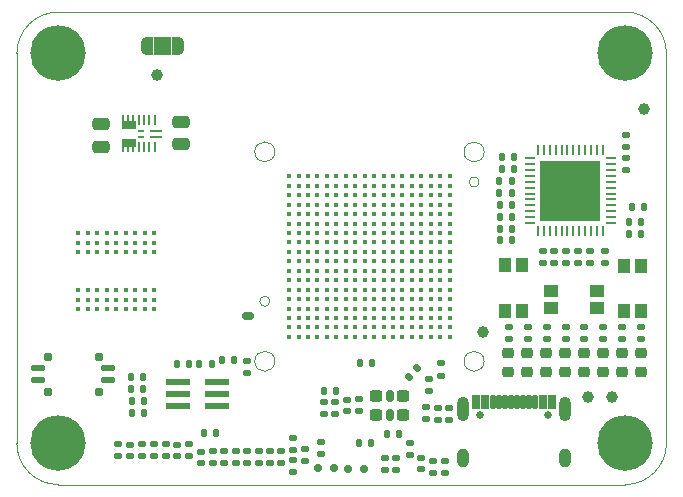
<source format=gts>
G04 #@! TF.GenerationSoftware,KiCad,Pcbnew,9.0.2+dfsg-1*
G04 #@! TF.CreationDate,2025-08-15T17:40:47+02:00*
G04 #@! TF.ProjectId,ulx5m-gs,756c7835-6d2d-4677-932e-6b696361645f,rev?*
G04 #@! TF.SameCoordinates,Original*
G04 #@! TF.FileFunction,Soldermask,Top*
G04 #@! TF.FilePolarity,Negative*
%FSLAX46Y46*%
G04 Gerber Fmt 4.6, Leading zero omitted, Abs format (unit mm)*
G04 Created by KiCad (PCBNEW 9.0.2+dfsg-1) date 2025-08-15 17:40:47*
%MOMM*%
%LPD*%
G01*
G04 APERTURE LIST*
G04 Aperture macros list*
%AMRoundRect*
0 Rectangle with rounded corners*
0 $1 Rounding radius*
0 $2 $3 $4 $5 $6 $7 $8 $9 X,Y pos of 4 corners*
0 Add a 4 corners polygon primitive as box body*
4,1,4,$2,$3,$4,$5,$6,$7,$8,$9,$2,$3,0*
0 Add four circle primitives for the rounded corners*
1,1,$1+$1,$2,$3*
1,1,$1+$1,$4,$5*
1,1,$1+$1,$6,$7*
1,1,$1+$1,$8,$9*
0 Add four rect primitives between the rounded corners*
20,1,$1+$1,$2,$3,$4,$5,0*
20,1,$1+$1,$4,$5,$6,$7,0*
20,1,$1+$1,$6,$7,$8,$9,0*
20,1,$1+$1,$8,$9,$2,$3,0*%
%AMFreePoly0*
4,1,23,0.550000,-0.750000,0.000000,-0.750000,0.000000,-0.745722,-0.065263,-0.745722,-0.191342,-0.711940,-0.304381,-0.646677,-0.396677,-0.554381,-0.461940,-0.441342,-0.495722,-0.315263,-0.495722,-0.250000,-0.500000,-0.250000,-0.500000,0.250000,-0.495722,0.250000,-0.495722,0.315263,-0.461940,0.441342,-0.396677,0.554381,-0.304381,0.646677,-0.191342,0.711940,-0.065263,0.745722,0.000000,0.745722,
0.000000,0.750000,0.550000,0.750000,0.550000,-0.750000,0.550000,-0.750000,$1*%
%AMFreePoly1*
4,1,23,0.000000,0.745722,0.065263,0.745722,0.191342,0.711940,0.304381,0.646677,0.396677,0.554381,0.461940,0.441342,0.495722,0.315263,0.495722,0.250000,0.500000,0.250000,0.500000,-0.250000,0.495722,-0.250000,0.495722,-0.315263,0.461940,-0.441342,0.396677,-0.554381,0.304381,-0.646677,0.191342,-0.711940,0.065263,-0.745722,0.000000,-0.745722,0.000000,-0.750000,-0.550000,-0.750000,
-0.550000,0.750000,0.000000,0.750000,0.000000,0.745722,0.000000,0.745722,$1*%
G04 Aperture macros list end*
%ADD10C,0.100000*%
%ADD11RoundRect,0.135000X0.185000X-0.135000X0.185000X0.135000X-0.185000X0.135000X-0.185000X-0.135000X0*%
%ADD12RoundRect,0.135000X0.135000X0.185000X-0.135000X0.185000X-0.135000X-0.185000X0.135000X-0.185000X0*%
%ADD13RoundRect,0.140000X-0.170000X0.140000X-0.170000X-0.140000X0.170000X-0.140000X0.170000X0.140000X0*%
%ADD14RoundRect,0.218750X-0.256250X0.218750X-0.256250X-0.218750X0.256250X-0.218750X0.256250X0.218750X0*%
%ADD15RoundRect,0.140000X0.170000X-0.140000X0.170000X0.140000X-0.170000X0.140000X-0.170000X-0.140000X0*%
%ADD16C,4.700000*%
%ADD17C,0.400000*%
%ADD18R,1.150000X1.050000*%
%ADD19RoundRect,0.135000X-0.185000X0.135000X-0.185000X-0.135000X0.185000X-0.135000X0.185000X0.135000X0*%
%ADD20RoundRect,0.250000X0.475000X-0.250000X0.475000X0.250000X-0.475000X0.250000X-0.475000X-0.250000X0*%
%ADD21RoundRect,0.135000X-0.135000X-0.185000X0.135000X-0.185000X0.135000X0.185000X-0.135000X0.185000X0*%
%ADD22C,1.000000*%
%ADD23RoundRect,0.135000X-0.035355X0.226274X-0.226274X0.035355X0.035355X-0.226274X0.226274X-0.035355X0*%
%ADD24RoundRect,0.150000X0.150000X0.200000X-0.150000X0.200000X-0.150000X-0.200000X0.150000X-0.200000X0*%
%ADD25RoundRect,0.147500X0.172500X-0.147500X0.172500X0.147500X-0.172500X0.147500X-0.172500X-0.147500X0*%
%ADD26C,0.650000*%
%ADD27RoundRect,0.070000X0.150000X0.500000X-0.150000X0.500000X-0.150000X-0.500000X0.150000X-0.500000X0*%
%ADD28RoundRect,0.070000X-0.150000X-0.500000X0.150000X-0.500000X0.150000X0.500000X-0.150000X0.500000X0*%
%ADD29RoundRect,0.070000X0.300000X0.500000X-0.300000X0.500000X-0.300000X-0.500000X0.300000X-0.500000X0*%
%ADD30RoundRect,0.070000X-0.300000X-0.500000X0.300000X-0.500000X0.300000X0.500000X-0.300000X0.500000X0*%
%ADD31O,1.000000X1.600000*%
%ADD32O,1.000000X2.100000*%
%ADD33R,1.050000X1.150000*%
%ADD34RoundRect,0.062500X-0.062500X0.375000X-0.062500X-0.375000X0.062500X-0.375000X0.062500X0.375000X0*%
%ADD35RoundRect,0.062500X-0.375000X0.062500X-0.375000X-0.062500X0.375000X-0.062500X0.375000X0.062500X0*%
%ADD36R,5.150000X5.150000*%
%ADD37RoundRect,0.250000X-0.275000X0.250000X-0.275000X-0.250000X0.275000X-0.250000X0.275000X0.250000X0*%
%ADD38RoundRect,0.162500X-0.162500X0.337500X-0.162500X-0.337500X0.162500X-0.337500X0.162500X0.337500X0*%
%ADD39RoundRect,0.125000X0.475000X0.125000X-0.475000X0.125000X-0.475000X-0.125000X0.475000X-0.125000X0*%
%ADD40RoundRect,0.175000X0.175000X0.175000X-0.175000X0.175000X-0.175000X-0.175000X0.175000X-0.175000X0*%
%ADD41FreePoly0,0.000000*%
%ADD42R,1.000000X1.500000*%
%ADD43FreePoly1,0.000000*%
%ADD44RoundRect,0.150000X0.350000X0.150000X-0.350000X0.150000X-0.350000X-0.150000X0.350000X-0.150000X0*%
%ADD45R,0.203200X0.812800*%
%ADD46R,0.203200X0.508000*%
%ADD47R,1.092200X0.254000*%
%ADD48R,0.508000X0.254000*%
%ADD49R,2.000000X0.500000*%
%ADD50C,0.450000*%
G04 #@! TA.AperFunction,Profile*
%ADD51C,0.100000*%
G04 #@! TD*
G04 APERTURE END LIST*
G36*
X70785000Y-59590000D02*
G01*
X72285000Y-59590000D01*
X72285000Y-61090000D01*
X70785000Y-61090000D01*
X70785000Y-59590000D01*
G37*
D10*
X69176602Y-67325000D02*
X68073401Y-67325000D01*
X68073401Y-66727000D01*
X69176602Y-66727000D01*
X69176602Y-67325000D01*
G36*
X69176602Y-67325000D02*
G01*
X68073401Y-67325000D01*
X68073401Y-66727000D01*
X69176602Y-66727000D01*
X69176602Y-67325000D01*
G37*
X69176602Y-68823000D02*
X68073401Y-68823000D01*
X68073401Y-68225000D01*
X69176602Y-68225000D01*
X69176602Y-68823000D01*
G36*
X69176602Y-68823000D02*
G01*
X68073401Y-68823000D01*
X68073401Y-68225000D01*
X69176602Y-68225000D01*
X69176602Y-68823000D01*
G37*
D11*
X73810000Y-95090000D03*
X73810000Y-94070000D03*
D12*
X101270000Y-70740000D03*
X100250000Y-70740000D03*
D13*
X93870000Y-90930000D03*
X93870000Y-91890000D03*
D14*
X107230000Y-86352500D03*
X107230000Y-87927500D03*
D15*
X76760000Y-95630000D03*
X76760000Y-94670000D03*
D16*
X62710000Y-93980000D03*
D17*
X82260000Y-71380000D03*
X83060000Y-71380000D03*
X83860000Y-71380000D03*
X84660000Y-71380000D03*
X85460000Y-71380000D03*
X86260000Y-71380000D03*
X87060000Y-71380000D03*
X87860000Y-71380000D03*
X88660000Y-71380000D03*
X89460000Y-71380000D03*
X90260000Y-71380000D03*
X91060000Y-71380000D03*
X91860000Y-71380000D03*
X92660000Y-71380000D03*
X93460000Y-71380000D03*
X94260000Y-71380000D03*
X95060000Y-71380000D03*
X95860000Y-71380000D03*
X82260000Y-72180000D03*
X83060000Y-72180000D03*
X83860000Y-72180000D03*
X84660000Y-72180000D03*
X85460000Y-72180000D03*
X86260000Y-72180000D03*
X87060000Y-72180000D03*
X87860000Y-72180000D03*
X88660000Y-72180000D03*
X89460000Y-72180000D03*
X90260000Y-72180000D03*
X91060000Y-72180000D03*
X91860000Y-72180000D03*
X92660000Y-72180000D03*
X93460000Y-72180000D03*
X94260000Y-72180000D03*
X95060000Y-72180000D03*
X95860000Y-72180000D03*
X82260000Y-72980000D03*
X83060000Y-72980000D03*
X83860000Y-72980000D03*
X84660000Y-72980000D03*
X85460000Y-72980000D03*
X86260000Y-72980000D03*
X87060000Y-72980000D03*
X87860000Y-72980000D03*
X88660000Y-72980000D03*
X89460000Y-72980000D03*
X90260000Y-72980000D03*
X91060000Y-72980000D03*
X91860000Y-72980000D03*
X92660000Y-72980000D03*
X93460000Y-72980000D03*
X94260000Y-72980000D03*
X95060000Y-72980000D03*
X95860000Y-72980000D03*
X82260000Y-73780000D03*
X83060000Y-73780000D03*
X83860000Y-73780000D03*
X84660000Y-73780000D03*
X85460000Y-73780000D03*
X86260000Y-73780000D03*
X87060000Y-73780000D03*
X87860000Y-73780000D03*
X88660000Y-73780000D03*
X89460000Y-73780000D03*
X90260000Y-73780000D03*
X91060000Y-73780000D03*
X91860000Y-73780000D03*
X92660000Y-73780000D03*
X93460000Y-73780000D03*
X94260000Y-73780000D03*
X95060000Y-73780000D03*
X95860000Y-73780000D03*
X82260000Y-74580000D03*
X83060000Y-74580000D03*
X83860000Y-74580000D03*
X84660000Y-74580000D03*
X85460000Y-74580000D03*
X86260000Y-74580000D03*
X87060000Y-74580000D03*
X87860000Y-74580000D03*
X88660000Y-74580000D03*
X89460000Y-74580000D03*
X90260000Y-74580000D03*
X91060000Y-74580000D03*
X91860000Y-74580000D03*
X92660000Y-74580000D03*
X93460000Y-74580000D03*
X94260000Y-74580000D03*
X95060000Y-74580000D03*
X95860000Y-74580000D03*
X82260000Y-75380000D03*
X83060000Y-75380000D03*
X83860000Y-75380000D03*
X84660000Y-75380000D03*
X85460000Y-75380000D03*
X86260000Y-75380000D03*
X87060000Y-75380000D03*
X87860000Y-75380000D03*
X88660000Y-75380000D03*
X89460000Y-75380000D03*
X90260000Y-75380000D03*
X91060000Y-75380000D03*
X91860000Y-75380000D03*
X92660000Y-75380000D03*
X93460000Y-75380000D03*
X94260000Y-75380000D03*
X95060000Y-75380000D03*
X95860000Y-75380000D03*
X82260000Y-76180000D03*
X83060000Y-76180000D03*
X83860000Y-76180000D03*
X84660000Y-76180000D03*
X85460000Y-76180000D03*
X86260000Y-76180000D03*
X87060000Y-76180000D03*
X87860000Y-76180000D03*
X88660000Y-76180000D03*
X89460000Y-76180000D03*
X90260000Y-76180000D03*
X91060000Y-76180000D03*
X91860000Y-76180000D03*
X92660000Y-76180000D03*
X93460000Y-76180000D03*
X94260000Y-76180000D03*
X95060000Y-76180000D03*
X95860000Y-76180000D03*
X82260000Y-76980000D03*
X83060000Y-76980000D03*
X83860000Y-76980000D03*
X84660000Y-76980000D03*
X85460000Y-76980000D03*
X86260000Y-76980000D03*
X87060000Y-76980000D03*
X87860000Y-76980000D03*
X88660000Y-76980000D03*
X89460000Y-76980000D03*
X90260000Y-76980000D03*
X91060000Y-76980000D03*
X91860000Y-76980000D03*
X92660000Y-76980000D03*
X93460000Y-76980000D03*
X94260000Y-76980000D03*
X95060000Y-76980000D03*
X95860000Y-76980000D03*
X82260000Y-77780000D03*
X83060000Y-77780000D03*
X83860000Y-77780000D03*
X84660000Y-77780000D03*
X85460000Y-77780000D03*
X86260000Y-77780000D03*
X87060000Y-77780000D03*
X87860000Y-77780000D03*
X88660000Y-77780000D03*
X89460000Y-77780000D03*
X90260000Y-77780000D03*
X91060000Y-77780000D03*
X91860000Y-77780000D03*
X92660000Y-77780000D03*
X93460000Y-77780000D03*
X94260000Y-77780000D03*
X95060000Y-77780000D03*
X95860000Y-77780000D03*
X82260000Y-78580000D03*
X83060000Y-78580000D03*
X83860000Y-78580000D03*
X84660000Y-78580000D03*
X85460000Y-78580000D03*
X86260000Y-78580000D03*
X87060000Y-78580000D03*
X87860000Y-78580000D03*
X88660000Y-78580000D03*
X89460000Y-78580000D03*
X90260000Y-78580000D03*
X91060000Y-78580000D03*
X91860000Y-78580000D03*
X92660000Y-78580000D03*
X93460000Y-78580000D03*
X94260000Y-78580000D03*
X95060000Y-78580000D03*
X95860000Y-78580000D03*
X82260000Y-79380000D03*
X83060000Y-79380000D03*
X83860000Y-79380000D03*
X84660000Y-79380000D03*
X85460000Y-79380000D03*
X86260000Y-79380000D03*
X87060000Y-79380000D03*
X87860000Y-79380000D03*
X88660000Y-79380000D03*
X89460000Y-79380000D03*
X90260000Y-79380000D03*
X91060000Y-79380000D03*
X91860000Y-79380000D03*
X92660000Y-79380000D03*
X93460000Y-79380000D03*
X94260000Y-79380000D03*
X95060000Y-79380000D03*
X95860000Y-79380000D03*
X82260000Y-80180000D03*
X83060000Y-80180000D03*
X83860000Y-80180000D03*
X84660000Y-80180000D03*
X85460000Y-80180000D03*
X86260000Y-80180000D03*
X87060000Y-80180000D03*
X87860000Y-80180000D03*
X88660000Y-80180000D03*
X89460000Y-80180000D03*
X90260000Y-80180000D03*
X91060000Y-80180000D03*
X91860000Y-80180000D03*
X92660000Y-80180000D03*
X93460000Y-80180000D03*
X94260000Y-80180000D03*
X95060000Y-80180000D03*
X95860000Y-80180000D03*
X82260000Y-80980000D03*
X83060000Y-80980000D03*
X83860000Y-80980000D03*
X84660000Y-80980000D03*
X85460000Y-80980000D03*
X86260000Y-80980000D03*
X87060000Y-80980000D03*
X87860000Y-80980000D03*
X88660000Y-80980000D03*
X89460000Y-80980000D03*
X90260000Y-80980000D03*
X91060000Y-80980000D03*
X91860000Y-80980000D03*
X92660000Y-80980000D03*
X93460000Y-80980000D03*
X94260000Y-80980000D03*
X95060000Y-80980000D03*
X95860000Y-80980000D03*
X82260000Y-81780000D03*
X83060000Y-81780000D03*
X83860000Y-81780000D03*
X84660000Y-81780000D03*
X85460000Y-81780000D03*
X86260000Y-81780000D03*
X87060000Y-81780000D03*
X87860000Y-81780000D03*
X88660000Y-81780000D03*
X89460000Y-81780000D03*
X90260000Y-81780000D03*
X91060000Y-81780000D03*
X91860000Y-81780000D03*
X92660000Y-81780000D03*
X93460000Y-81780000D03*
X94260000Y-81780000D03*
X95060000Y-81780000D03*
X95860000Y-81780000D03*
X82260000Y-82580000D03*
X83060000Y-82580000D03*
X83860000Y-82580000D03*
X84660000Y-82580000D03*
X85460000Y-82580000D03*
X86260000Y-82580000D03*
X87060000Y-82580000D03*
X87860000Y-82580000D03*
X88660000Y-82580000D03*
X89460000Y-82580000D03*
X90260000Y-82580000D03*
X91060000Y-82580000D03*
X91860000Y-82580000D03*
X92660000Y-82580000D03*
X93460000Y-82580000D03*
X94260000Y-82580000D03*
X95060000Y-82580000D03*
X95860000Y-82580000D03*
X82260000Y-83380000D03*
X83060000Y-83380000D03*
X83860000Y-83380000D03*
X84660000Y-83380000D03*
X85460000Y-83380000D03*
X86260000Y-83380000D03*
X87060000Y-83380000D03*
X87860000Y-83380000D03*
X88660000Y-83380000D03*
X89460000Y-83380000D03*
X90260000Y-83380000D03*
X91060000Y-83380000D03*
X91860000Y-83380000D03*
X92660000Y-83380000D03*
X93460000Y-83380000D03*
X94260000Y-83380000D03*
X95060000Y-83380000D03*
X95860000Y-83380000D03*
X82260000Y-84180000D03*
X83060000Y-84180000D03*
X83860000Y-84180000D03*
X84660000Y-84180000D03*
X85460000Y-84180000D03*
X86260000Y-84180000D03*
X87060000Y-84180000D03*
X87860000Y-84180000D03*
X88660000Y-84180000D03*
X89460000Y-84180000D03*
X90260000Y-84180000D03*
X91060000Y-84180000D03*
X91860000Y-84180000D03*
X92660000Y-84180000D03*
X93460000Y-84180000D03*
X94260000Y-84180000D03*
X95060000Y-84180000D03*
X95860000Y-84180000D03*
X82260000Y-84980000D03*
X83060000Y-84980000D03*
X83860000Y-84980000D03*
X84660000Y-84980000D03*
X85460000Y-84980000D03*
X86260000Y-84980000D03*
X87060000Y-84980000D03*
X87860000Y-84980000D03*
X88660000Y-84980000D03*
X89460000Y-84980000D03*
X90260000Y-84980000D03*
X91060000Y-84980000D03*
X91860000Y-84980000D03*
X92660000Y-84980000D03*
X93460000Y-84980000D03*
X94260000Y-84980000D03*
X95060000Y-84980000D03*
X95860000Y-84980000D03*
D15*
X81610000Y-95630000D03*
X81610000Y-94670000D03*
D12*
X112045000Y-75290000D03*
X111025000Y-75290000D03*
D14*
X112030000Y-86352500D03*
X112030000Y-87927500D03*
D15*
X87160000Y-91240000D03*
X87160000Y-90280000D03*
D18*
X108298748Y-82540000D03*
X104448748Y-82540000D03*
X108298748Y-81090000D03*
X104448748Y-81090000D03*
D11*
X105670000Y-85157500D03*
X105670000Y-84137500D03*
D13*
X90370000Y-95250000D03*
X90370000Y-96210000D03*
D19*
X95430000Y-95500000D03*
X95430000Y-96520000D03*
D20*
X66355000Y-68860000D03*
X66355000Y-66960000D03*
D19*
X103715000Y-77690000D03*
X103715000Y-78710000D03*
D21*
X88260000Y-87210000D03*
X89280000Y-87210000D03*
D12*
X73750000Y-87280000D03*
X72730000Y-87280000D03*
D19*
X110775000Y-69820000D03*
X110775000Y-70840000D03*
X95150000Y-87230000D03*
X95150000Y-88250000D03*
D15*
X80640000Y-95630000D03*
X80640000Y-94670000D03*
D19*
X78660000Y-87030000D03*
X78660000Y-88050000D03*
D11*
X107260000Y-85157500D03*
X107260000Y-84137500D03*
D15*
X77730000Y-95630000D03*
X77730000Y-94670000D03*
D21*
X88140000Y-93990000D03*
X89160000Y-93990000D03*
D20*
X73105000Y-68660000D03*
X73105000Y-66760000D03*
D11*
X104080000Y-85157500D03*
X104080000Y-84137500D03*
D14*
X100830000Y-86352500D03*
X100830000Y-87927500D03*
D17*
X70821722Y-76220000D03*
X70821722Y-77020000D03*
X70821722Y-77820000D03*
X70821722Y-81020000D03*
X70821722Y-81820000D03*
X70821722Y-82620000D03*
X70021722Y-76220000D03*
X70021722Y-77020000D03*
X70021722Y-77820000D03*
X70021722Y-81020000D03*
X70021722Y-81820000D03*
X70021722Y-82620000D03*
X69221722Y-76220000D03*
X69221722Y-77020000D03*
X69221722Y-77820000D03*
X69221722Y-81020000D03*
X69221722Y-81820000D03*
X69221722Y-82620000D03*
X68421722Y-76220000D03*
X68421722Y-77020000D03*
X68421722Y-77820000D03*
X68421722Y-81020000D03*
X68421722Y-81820000D03*
X68421722Y-82620000D03*
X67621722Y-76220000D03*
X67621722Y-77020000D03*
X67621722Y-77820000D03*
X67621722Y-81020000D03*
X67621722Y-81820000D03*
X67621722Y-82620000D03*
X66821722Y-76220000D03*
X66821722Y-77020000D03*
X66821722Y-77820000D03*
X66821722Y-81020000D03*
X66821722Y-81820000D03*
X66821722Y-82620000D03*
X66021722Y-76220000D03*
X66021722Y-77020000D03*
X66021722Y-77820000D03*
X66021722Y-81020000D03*
X66021722Y-81820000D03*
X66021722Y-82620000D03*
X65221722Y-76220000D03*
X65221722Y-77020000D03*
X65221722Y-77820000D03*
X65221722Y-81020000D03*
X65221722Y-81820000D03*
X65221722Y-82620000D03*
X64421722Y-76220000D03*
X64421722Y-77020000D03*
X64421722Y-77820000D03*
X64421722Y-81020000D03*
X64421722Y-81820000D03*
X64421722Y-82620000D03*
D14*
X102430000Y-86352500D03*
X102430000Y-87927500D03*
D15*
X74810000Y-95650000D03*
X74810000Y-94690000D03*
D13*
X93440000Y-95230000D03*
X93440000Y-96190000D03*
D22*
X112290000Y-65710000D03*
D23*
X93090624Y-87649376D03*
X92369376Y-88370624D03*
D14*
X105630000Y-86352500D03*
X105630000Y-87927500D03*
D24*
X87220000Y-96130000D03*
X88620000Y-96130000D03*
D25*
X72810000Y-95067500D03*
X72810000Y-94097500D03*
D19*
X71814887Y-94072128D03*
X71814887Y-95092128D03*
D11*
X100900000Y-85157500D03*
X100900000Y-84137500D03*
D16*
X110710000Y-60980000D03*
D14*
X110430000Y-86352500D03*
X110430000Y-87927500D03*
X108830000Y-86352500D03*
X108830000Y-87927500D03*
D21*
X90540000Y-93180000D03*
X91560000Y-93180000D03*
D11*
X110440000Y-85157500D03*
X110440000Y-84137500D03*
D13*
X91310000Y-95250000D03*
X91310000Y-96210000D03*
D15*
X82580000Y-94530000D03*
X82580000Y-93570000D03*
D12*
X86220000Y-89580000D03*
X85200000Y-89580000D03*
D26*
X98410000Y-91618750D03*
X104190000Y-91618750D03*
D27*
X100050000Y-90513750D03*
X101050000Y-90513750D03*
D28*
X101550000Y-90513750D03*
X102550000Y-90513750D03*
X103050000Y-90513750D03*
X102050000Y-90513750D03*
D27*
X100550000Y-90513750D03*
X99550000Y-90513750D03*
D29*
X98075000Y-90513750D03*
D30*
X104525000Y-90513750D03*
D31*
X96982000Y-95268750D03*
D32*
X96982000Y-91088750D03*
X105618000Y-91088750D03*
D31*
X105618000Y-95268750D03*
D29*
X98850000Y-90513750D03*
D30*
X103750000Y-90513750D03*
D22*
X71095001Y-62817000D03*
D19*
X83580000Y-94480000D03*
X83580000Y-95500000D03*
D12*
X112045000Y-76300000D03*
X111025000Y-76300000D03*
X101120000Y-74810000D03*
X100100000Y-74810000D03*
D19*
X82590000Y-95430000D03*
X82590000Y-96450000D03*
X105725000Y-77680000D03*
X105725000Y-78700000D03*
D12*
X101120000Y-76810000D03*
X100100000Y-76810000D03*
D13*
X85210000Y-90530000D03*
X85210000Y-91490000D03*
D12*
X101090000Y-72810000D03*
X100070000Y-72810000D03*
D19*
X70784887Y-94072128D03*
X70784887Y-95092128D03*
D22*
X98690000Y-84550000D03*
D25*
X68760000Y-95070000D03*
X68760000Y-94100000D03*
D12*
X101270000Y-69740000D03*
X100250000Y-69740000D03*
D19*
X110775000Y-67900000D03*
X110775000Y-68920000D03*
D16*
X110710000Y-93980000D03*
D19*
X106725000Y-77680000D03*
X106725000Y-78700000D03*
D16*
X62710000Y-60980000D03*
D33*
X112065000Y-78945000D03*
X112065000Y-82795000D03*
X110615000Y-78945000D03*
X110615000Y-82795000D03*
D15*
X88140000Y-91230000D03*
X88140000Y-90270000D03*
D19*
X109005000Y-77690000D03*
X109005000Y-78710000D03*
D22*
X109620000Y-90070000D03*
D13*
X86180000Y-90530000D03*
X86180000Y-91490000D03*
D12*
X101090000Y-71810000D03*
X100070000Y-71810000D03*
D11*
X95780000Y-92000000D03*
X95780000Y-90980000D03*
X94840000Y-92000000D03*
X94840000Y-90980000D03*
D19*
X67760000Y-94070000D03*
X67760000Y-95090000D03*
D21*
X68920000Y-90390000D03*
X69940000Y-90390000D03*
X68880000Y-89380000D03*
X69900000Y-89380000D03*
D19*
X107725000Y-77690000D03*
X107725000Y-78710000D03*
D24*
X84680000Y-96120000D03*
X86080000Y-96120000D03*
D19*
X84970000Y-93850000D03*
X84970000Y-94870000D03*
D11*
X108850000Y-85157500D03*
X108850000Y-84137500D03*
D22*
X107560000Y-90090000D03*
D11*
X102490000Y-85157500D03*
X102490000Y-84137500D03*
D34*
X108822500Y-69152500D03*
X108322500Y-69152500D03*
X107822500Y-69152500D03*
X107322500Y-69152500D03*
X106822500Y-69152500D03*
X106322500Y-69152500D03*
X105822500Y-69152500D03*
X105322500Y-69152500D03*
X104822500Y-69152500D03*
X104322500Y-69152500D03*
X103822500Y-69152500D03*
X103322500Y-69152500D03*
D35*
X102635000Y-69840000D03*
X102635000Y-70340000D03*
X102635000Y-70840000D03*
X102635000Y-71340000D03*
X102635000Y-71840000D03*
X102635000Y-72340000D03*
X102635000Y-72840000D03*
X102635000Y-73340000D03*
X102635000Y-73840000D03*
X102635000Y-74340000D03*
X102635000Y-74840000D03*
X102635000Y-75340000D03*
D34*
X103322500Y-76027500D03*
X103822500Y-76027500D03*
X104322500Y-76027500D03*
X104822500Y-76027500D03*
X105322500Y-76027500D03*
X105822500Y-76027500D03*
X106322500Y-76027500D03*
X106822500Y-76027500D03*
X107322500Y-76027500D03*
X107822500Y-76027500D03*
X108322500Y-76027500D03*
X108822500Y-76027500D03*
D35*
X109510000Y-75340000D03*
X109510000Y-74840000D03*
X109510000Y-74340000D03*
X109510000Y-73840000D03*
X109510000Y-73340000D03*
X109510000Y-72840000D03*
X109510000Y-72340000D03*
X109510000Y-71840000D03*
X109510000Y-71340000D03*
X109510000Y-70840000D03*
X109510000Y-70340000D03*
X109510000Y-69840000D03*
D36*
X106072500Y-72590000D03*
D37*
X91905000Y-89970000D03*
D38*
X90780000Y-89970000D03*
D37*
X89655000Y-89970000D03*
X89655000Y-91570000D03*
D38*
X90780000Y-91570000D03*
D37*
X91905000Y-91570000D03*
D33*
X101955000Y-78905000D03*
X101955000Y-82755000D03*
X100505000Y-78905000D03*
X100505000Y-82755000D03*
D11*
X94430000Y-96510000D03*
X94430000Y-95490000D03*
D39*
X66940000Y-88640000D03*
X66940000Y-87640000D03*
X61040000Y-87640000D03*
X61040000Y-88640000D03*
D40*
X66140000Y-89640000D03*
X66140000Y-86640000D03*
X61840000Y-89640000D03*
X61840000Y-86640000D03*
D19*
X69770000Y-94070000D03*
X69770000Y-95090000D03*
D15*
X78690000Y-95630000D03*
X78690000Y-94670000D03*
D12*
X69940000Y-91410000D03*
X68920000Y-91410000D03*
D15*
X75780000Y-95640000D03*
X75780000Y-94680000D03*
D12*
X101120000Y-75810000D03*
X100100000Y-75810000D03*
X101120000Y-73810000D03*
X100100000Y-73810000D03*
X77620000Y-86970000D03*
X76600000Y-86970000D03*
X69890000Y-88370000D03*
X68870000Y-88370000D03*
D11*
X112030000Y-85157500D03*
X112030000Y-84137500D03*
D41*
X70235000Y-60340000D03*
D42*
X71535000Y-60340000D03*
D43*
X72835000Y-60340000D03*
D19*
X94140000Y-88530000D03*
X94140000Y-89550000D03*
D21*
X75040000Y-93090000D03*
X76060000Y-93090000D03*
D19*
X104715000Y-77690000D03*
X104715000Y-78710000D03*
D44*
X78780000Y-83190000D03*
D12*
X75690000Y-87270000D03*
X74670000Y-87270000D03*
D14*
X104030000Y-86352500D03*
X104030000Y-87927500D03*
D45*
X70875001Y-66625000D03*
X70425002Y-66625000D03*
X69975000Y-66625000D03*
X69525001Y-66625000D03*
D46*
X69075002Y-66473000D03*
X68625000Y-66473000D03*
X68175001Y-66473000D03*
X68175001Y-69077000D03*
X68625000Y-69077000D03*
X69075002Y-69077000D03*
D45*
X69525001Y-68925000D03*
X69975000Y-68925000D03*
X70425002Y-68925000D03*
X70875001Y-68925000D03*
D47*
X71025001Y-68025000D03*
X71025001Y-67525000D03*
D48*
X69750002Y-67525000D03*
X69750002Y-68025000D03*
D15*
X79670000Y-95630000D03*
X79670000Y-94670000D03*
D49*
X76150000Y-90830000D03*
X72850000Y-90830000D03*
X76150000Y-89830000D03*
X72850000Y-89830000D03*
X76150000Y-88830000D03*
X72850000Y-88830000D03*
D12*
X112335000Y-73950000D03*
X111315000Y-73950000D03*
D13*
X92460000Y-94000000D03*
X92460000Y-94960000D03*
D50*
X72855000Y-88835000D03*
X76150000Y-88830000D03*
X76150000Y-90830000D03*
X72850000Y-90830000D03*
X76150000Y-89830000D03*
X72850000Y-89830000D03*
D51*
X62710000Y-57480000D02*
X110710000Y-57480000D01*
X98772500Y-87042500D02*
G75*
G02*
X97072500Y-87042500I-850000J0D01*
G01*
X97072500Y-87042500D02*
G75*
G02*
X98772500Y-87042500I850000J0D01*
G01*
X62710000Y-97480000D02*
X110710000Y-97480000D01*
X114210000Y-93980000D02*
G75*
G02*
X110710000Y-97480000I-3500000J0D01*
G01*
X110710000Y-57480000D02*
G75*
G02*
X114210000Y-60980000I0J-3500000D01*
G01*
X114210000Y-93980000D02*
X114210000Y-60980000D01*
X81047500Y-69317500D02*
G75*
G02*
X79347500Y-69317500I-850000J0D01*
G01*
X79347500Y-69317500D02*
G75*
G02*
X81047500Y-69317500I850000J0D01*
G01*
X59210000Y-60980000D02*
G75*
G02*
X62710000Y-57480000I3500000J0D01*
G01*
X80622500Y-81962500D02*
G75*
G02*
X79772500Y-81962500I-425000J0D01*
G01*
X79772500Y-81962500D02*
G75*
G02*
X80622500Y-81962500I425000J0D01*
G01*
X98347500Y-71857500D02*
G75*
G02*
X97497500Y-71857500I-425000J0D01*
G01*
X97497500Y-71857500D02*
G75*
G02*
X98347500Y-71857500I425000J0D01*
G01*
X62710000Y-97480000D02*
G75*
G02*
X59210000Y-93980000I0J3500000D01*
G01*
X81047500Y-87042500D02*
G75*
G02*
X79347500Y-87042500I-850000J0D01*
G01*
X79347500Y-87042500D02*
G75*
G02*
X81047500Y-87042500I850000J0D01*
G01*
X98772500Y-69317500D02*
G75*
G02*
X97072500Y-69317500I-850000J0D01*
G01*
X97072500Y-69317500D02*
G75*
G02*
X98772500Y-69317500I850000J0D01*
G01*
X59210000Y-60980000D02*
X59210000Y-93980000D01*
M02*

</source>
